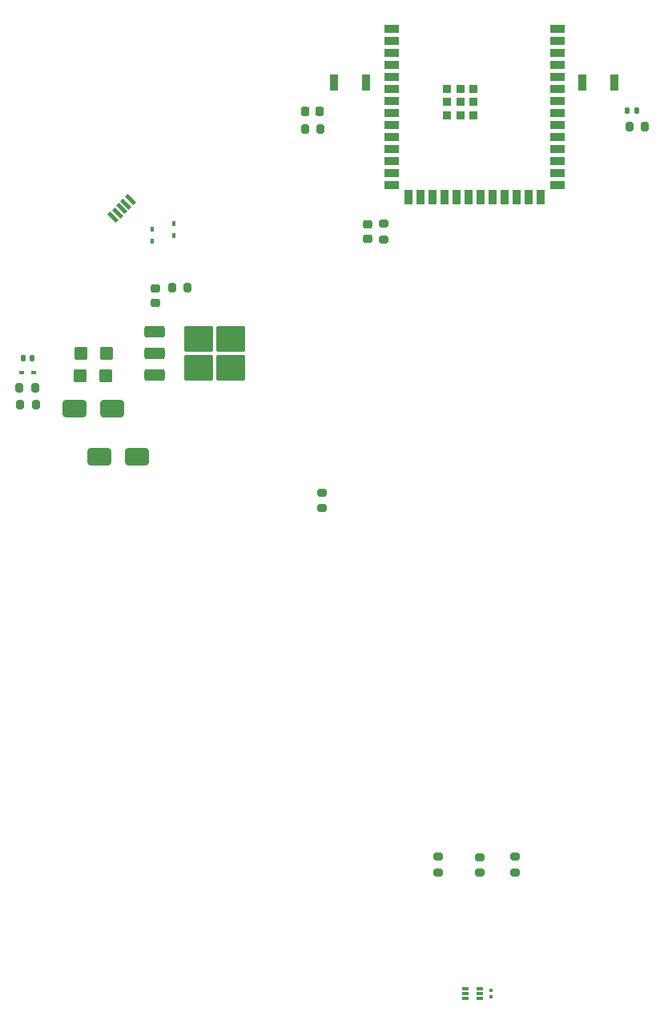
<source format=gbr>
%TF.GenerationSoftware,KiCad,Pcbnew,8.0.7*%
%TF.CreationDate,2025-03-03T14:35:13+00:00*%
%TF.ProjectId,FYP_Heater,4659505f-4865-4617-9465-722e6b696361,rev?*%
%TF.SameCoordinates,Original*%
%TF.FileFunction,Paste,Top*%
%TF.FilePolarity,Positive*%
%FSLAX46Y46*%
G04 Gerber Fmt 4.6, Leading zero omitted, Abs format (unit mm)*
G04 Created by KiCad (PCBNEW 8.0.7) date 2025-03-03 14:35:13*
%MOMM*%
%LPD*%
G01*
G04 APERTURE LIST*
G04 Aperture macros list*
%AMRoundRect*
0 Rectangle with rounded corners*
0 $1 Rounding radius*
0 $2 $3 $4 $5 $6 $7 $8 $9 X,Y pos of 4 corners*
0 Add a 4 corners polygon primitive as box body*
4,1,4,$2,$3,$4,$5,$6,$7,$8,$9,$2,$3,0*
0 Add four circle primitives for the rounded corners*
1,1,$1+$1,$2,$3*
1,1,$1+$1,$4,$5*
1,1,$1+$1,$6,$7*
1,1,$1+$1,$8,$9*
0 Add four rect primitives between the rounded corners*
20,1,$1+$1,$2,$3,$4,$5,0*
20,1,$1+$1,$4,$5,$6,$7,0*
20,1,$1+$1,$6,$7,$8,$9,0*
20,1,$1+$1,$8,$9,$2,$3,0*%
%AMRotRect*
0 Rectangle, with rotation*
0 The origin of the aperture is its center*
0 $1 length*
0 $2 width*
0 $3 Rotation angle, in degrees counterclockwise*
0 Add horizontal line*
21,1,$1,$2,0,0,$3*%
G04 Aperture macros list end*
%ADD10RoundRect,0.250000X1.000000X0.650000X-1.000000X0.650000X-1.000000X-0.650000X1.000000X-0.650000X0*%
%ADD11R,0.900000X0.900000*%
%ADD12R,1.500000X0.900000*%
%ADD13R,0.900000X1.500000*%
%ADD14RoundRect,0.218750X0.256250X-0.218750X0.256250X0.218750X-0.256250X0.218750X-0.256250X-0.218750X0*%
%ADD15RotRect,0.450000X1.300000X225.000000*%
%ADD16RoundRect,0.218750X-0.256250X0.218750X-0.256250X-0.218750X0.256250X-0.218750X0.256250X0.218750X0*%
%ADD17RoundRect,0.200000X-0.200000X-0.275000X0.200000X-0.275000X0.200000X0.275000X-0.200000X0.275000X0*%
%ADD18RoundRect,0.140000X-0.140000X-0.170000X0.140000X-0.170000X0.140000X0.170000X-0.140000X0.170000X0*%
%ADD19R,0.480000X0.400000*%
%ADD20RoundRect,0.079500X-0.100500X0.079500X-0.100500X-0.079500X0.100500X-0.079500X0.100500X0.079500X0*%
%ADD21RoundRect,0.200000X0.275000X-0.200000X0.275000X0.200000X-0.275000X0.200000X-0.275000X-0.200000X0*%
%ADD22RoundRect,0.085000X-0.265000X-0.085000X0.265000X-0.085000X0.265000X0.085000X-0.265000X0.085000X0*%
%ADD23RoundRect,0.200000X0.200000X0.275000X-0.200000X0.275000X-0.200000X-0.275000X0.200000X-0.275000X0*%
%ADD24R,0.900000X1.700000*%
%ADD25RoundRect,0.200000X-0.275000X0.200000X-0.275000X-0.200000X0.275000X-0.200000X0.275000X0.200000X0*%
%ADD26R,0.400000X0.480000*%
%ADD27RoundRect,0.250000X0.450000X0.425000X-0.450000X0.425000X-0.450000X-0.425000X0.450000X-0.425000X0*%
%ADD28RoundRect,0.250000X-0.850000X-0.350000X0.850000X-0.350000X0.850000X0.350000X-0.850000X0.350000X0*%
%ADD29RoundRect,0.250000X-1.275000X-1.125000X1.275000X-1.125000X1.275000X1.125000X-1.275000X1.125000X0*%
%ADD30RoundRect,0.225000X0.225000X0.250000X-0.225000X0.250000X-0.225000X-0.250000X0.225000X-0.250000X0*%
G04 APERTURE END LIST*
D10*
%TO.C,D8*%
X63300000Y-87100000D03*
X59300000Y-87100000D03*
%TD*%
%TO.C,D6*%
X56700000Y-82000000D03*
X60700000Y-82000000D03*
%TD*%
D11*
%TO.C,U4*%
X96100000Y-48210000D03*
X96100000Y-49610000D03*
X96100000Y-51010000D03*
X97500000Y-48210000D03*
X97500000Y-49610000D03*
X97500000Y-51010000D03*
X98900000Y-48210000D03*
X98900000Y-49610000D03*
X98900000Y-51010000D03*
D12*
X90250000Y-41890000D03*
X90250000Y-43160000D03*
X90250000Y-44430000D03*
X90250000Y-45700000D03*
X90250000Y-46970000D03*
X90250000Y-48240000D03*
X90250000Y-49510000D03*
X90250000Y-50780000D03*
X90250000Y-52050000D03*
X90250000Y-53320000D03*
X90250000Y-54590000D03*
X90250000Y-55860000D03*
X90250000Y-57130000D03*
X90250000Y-58400000D03*
D13*
X92015000Y-59650000D03*
X93285000Y-59650000D03*
X94555000Y-59650000D03*
X95825000Y-59650000D03*
X97095000Y-59650000D03*
X98365000Y-59650000D03*
X99635000Y-59650000D03*
X100905000Y-59650000D03*
X102175000Y-59650000D03*
X103445000Y-59650000D03*
X104715000Y-59650000D03*
X105985000Y-59650000D03*
D12*
X107750000Y-58400000D03*
X107750000Y-57130000D03*
X107750000Y-55860000D03*
X107750000Y-54590000D03*
X107750000Y-53320000D03*
X107750000Y-52050000D03*
X107750000Y-50780000D03*
X107750000Y-49510000D03*
X107750000Y-48240000D03*
X107750000Y-46970000D03*
X107750000Y-45700000D03*
X107750000Y-44430000D03*
X107750000Y-43160000D03*
X107750000Y-41890000D03*
%TD*%
D14*
%TO.C,D4*%
X65250000Y-70862500D03*
X65250000Y-69287500D03*
%TD*%
D15*
%TO.C,J1*%
X62620622Y-59950089D03*
X62161002Y-60409708D03*
X61701383Y-60869328D03*
X61241763Y-61328947D03*
X60782144Y-61788567D03*
%TD*%
D16*
%TO.C,D5*%
X87650000Y-62525000D03*
X87650000Y-64100000D03*
%TD*%
D17*
%TO.C,R5*%
X50950000Y-81600000D03*
X52600000Y-81600000D03*
%TD*%
D18*
%TO.C,C1*%
X51240000Y-76700000D03*
X52200000Y-76700000D03*
%TD*%
D19*
%TO.C,D1*%
X52400000Y-78200000D03*
X51080000Y-78200000D03*
%TD*%
D20*
%TO.C,C7*%
X100700000Y-143475000D03*
X100700000Y-144165000D03*
%TD*%
D21*
%TO.C,R3*%
X82900000Y-92525000D03*
X82900000Y-90875000D03*
%TD*%
D22*
%TO.C,U2*%
X98000000Y-143300000D03*
X98000000Y-143800000D03*
X98000000Y-144300000D03*
X99500000Y-144300000D03*
X99500000Y-143800000D03*
X99500000Y-143300000D03*
%TD*%
D23*
%TO.C,R13*%
X117000000Y-52200000D03*
X115350000Y-52200000D03*
%TD*%
D24*
%TO.C,SW2*%
X113800000Y-47600000D03*
X110400000Y-47600000D03*
%TD*%
D21*
%TO.C,R14*%
X89400000Y-64125000D03*
X89400000Y-62475000D03*
%TD*%
D24*
%TO.C,SW1*%
X84100000Y-47600000D03*
X87500000Y-47600000D03*
%TD*%
D25*
%TO.C,R1*%
X103300000Y-129375000D03*
X103300000Y-131025000D03*
%TD*%
D21*
%TO.C,R8*%
X95100000Y-131025000D03*
X95100000Y-129375000D03*
%TD*%
D26*
%TO.C,D2*%
X64900000Y-64360000D03*
X64900000Y-63040000D03*
%TD*%
D25*
%TO.C,R2*%
X99500000Y-129400000D03*
X99500000Y-131050000D03*
%TD*%
D27*
%TO.C,C4*%
X60075000Y-76175000D03*
X57375000Y-76175000D03*
%TD*%
D17*
%TO.C,R12*%
X67025000Y-69275000D03*
X68675000Y-69275000D03*
%TD*%
D28*
%TO.C,U3*%
X65200000Y-73920000D03*
X65200000Y-76200000D03*
D29*
X69825000Y-74675000D03*
X69825000Y-77725000D03*
X73175000Y-74675000D03*
X73175000Y-77725000D03*
D28*
X65200000Y-78480000D03*
%TD*%
D27*
%TO.C,C3*%
X59975000Y-78575000D03*
X57275000Y-78575000D03*
%TD*%
D18*
%TO.C,C6*%
X115140000Y-50500000D03*
X116100000Y-50500000D03*
%TD*%
D30*
%TO.C,C5*%
X82600000Y-50600000D03*
X81050000Y-50600000D03*
%TD*%
D23*
%TO.C,R4*%
X52550000Y-79800000D03*
X50900000Y-79800000D03*
%TD*%
D17*
%TO.C,R11*%
X81050000Y-52500000D03*
X82700000Y-52500000D03*
%TD*%
D26*
%TO.C,D3*%
X67200000Y-63760000D03*
X67200000Y-62440000D03*
%TD*%
M02*

</source>
